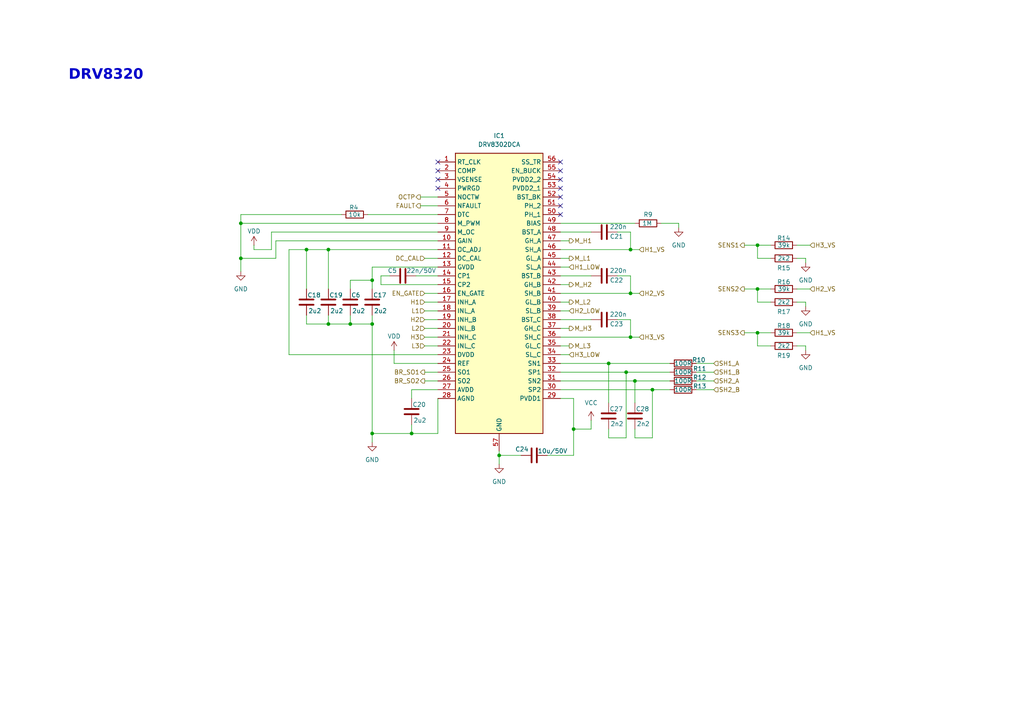
<source format=kicad_sch>
(kicad_sch (version 20231120) (generator "eeschema") (generator_version "8.0")
  (paper "A4")
  (lib_symbols
    (symbol "Device:C" (pin_numbers hide) (pin_names (offset 0.254))
      (property "Reference" "C" (at 0.635 2.54 0))
      (property "Value" "C" (at 0.635 -2.54 0))
      (symbol "C_0_1"
        (polyline (pts (xy -2.032 -0.762) (xy 2.032 -0.762)) (stroke (width 0.508)))
        (polyline (pts (xy -2.032 0.762) (xy 2.032 0.762)) (stroke (width 0.508)))
      )
      (symbol "C_1_1"
        (pin passive line (at 0 3.81 270) (length 2.794) (name "~") (number "1"))
        (pin passive line (at 0 -3.81 90) (length 2.794) (name "~") (number "2"))
      )
    )
    (symbol "Device:R" (pin_numbers hide) (pin_names (offset 0))
      (property "Reference" "R" (at 2.032 0 90))
      (property "Value" "R" (at 0 0 90))
      (symbol "R_0_1"
        (rectangle (start -1.016 -2.54) (end 1.016 2.54) (stroke (width 0.254)))
      )
      (symbol "R_1_1"
        (pin passive line (at 0 3.81 270) (length 1.27) (name "~") (number "1"))
        (pin passive line (at 0 -3.81 90) (length 1.27) (name "~") (number "2"))
      )
    )
    (symbol "power:GND" (power) (pin_numbers hide) (pin_names (offset 0) hide)
      (property "Value" "GND" (at 0 -3.81 0))
      (symbol "GND_0_1"
        (polyline (pts (xy 0 0) (xy 0 -1.27) (xy 1.27 -1.27) (xy 0 -2.54) (xy -1.27 -1.27) (xy 0 -1.27)))
      )
      (symbol "GND_1_1"
        (pin power_in line (at 0 0 270) (length 0) (name "~") (number "1"))
      )
    )
    (symbol "power:VCC" (power) (pin_numbers hide) (pin_names (offset 0) hide)
      (property "Value" "VCC" (at 0 3.556 0))
      (symbol "VCC_0_1"
        (polyline (pts (xy -0.762 1.27) (xy 0 2.54)))
        (polyline (pts (xy 0 0) (xy 0 2.54)))
        (polyline (pts (xy 0 2.54) (xy 0.762 1.27)))
      )
      (symbol "VCC_1_1"
        (pin power_in line (at 0 0 90) (length 0) (name "~") (number "1"))
      )
    )
    (symbol "power:VDD" (power) (pin_numbers hide) (pin_names (offset 0) hide)
      (property "Value" "VDD" (at 0 3.556 0))
      (symbol "VDD_0_1"
        (polyline (pts (xy -0.762 1.27) (xy 0 2.54)))
        (polyline (pts (xy 0 0) (xy 0 2.54)))
        (polyline (pts (xy 0 2.54) (xy 0.762 1.27)))
      )
      (symbol "VDD_1_1"
        (pin power_in line (at 0 0 90) (length 0) (name "~") (number "1"))
      )
    )
    (symbol "traction_symbols:DRV8302DCA"
      (property "Reference" "IC" (at 31.75 7.62 0))
      (property "Value" "DRV8302DCA" (at 31.75 5.08 0))
      (symbol "DRV8302DCA_1_1"
        (rectangle (start 5.08 2.54) (end 30.48 -78.74) (stroke (width 0.254)) (fill (type background)))
        (pin passive line (at 0 0 0) (length 5.08) (name "RT_CLK") (number "1"))
        (pin passive line (at 0 -22.86 0) (length 5.08) (name "GAIN") (number "10"))
        (pin passive line (at 0 -25.4 0) (length 5.08) (name "OC_ADJ") (number "11"))
        (pin passive line (at 0 -27.94 0) (length 5.08) (name "DC_CAL") (number "12"))
        (pin passive line (at 0 -30.48 0) (length 5.08) (name "GVDD") (number "13"))
        (pin passive line (at 0 -33.02 0) (length 5.08) (name "CP1") (number "14"))
        (pin passive line (at 0 -35.56 0) (length 5.08) (name "CP2") (number "15"))
        (pin passive line (at 0 -38.1 0) (length 5.08) (name "EN_GATE") (number "16"))
        (pin passive line (at 0 -40.64 0) (length 5.08) (name "INH_A") (number "17"))
        (pin passive line (at 0 -43.18 0) (length 5.08) (name "INL_A") (number "18"))
        (pin passive line (at 0 -45.72 0) (length 5.08) (name "INH_B") (number "19"))
        (pin passive line (at 0 -2.54 0) (length 5.08) (name "COMP") (number "2"))
        (pin passive line (at 0 -48.26 0) (length 5.08) (name "INL_B") (number "20"))
        (pin passive line (at 0 -50.8 0) (length 5.08) (name "INH_C") (number "21"))
        (pin passive line (at 0 -53.34 0) (length 5.08) (name "INL_C") (number "22"))
        (pin passive line (at 0 -55.88 0) (length 5.08) (name "DVDD") (number "23"))
        (pin passive line (at 0 -58.42 0) (length 5.08) (name "REF") (number "24"))
        (pin passive line (at 0 -60.96 0) (length 5.08) (name "SO1") (number "25"))
        (pin passive line (at 0 -63.5 0) (length 5.08) (name "SO2") (number "26"))
        (pin passive line (at 0 -66.04 0) (length 5.08) (name "AVDD") (number "27"))
        (pin passive line (at 0 -68.58 0) (length 5.08) (name "AGND") (number "28"))
        (pin passive line (at 35.56 -68.58 180) (length 5.08) (name "PVDD1") (number "29"))
        (pin passive line (at 0 -5.08 0) (length 5.08) (name "VSENSE") (number "3"))
        (pin passive line (at 35.56 -66.04 180) (length 5.08) (name "SP2") (number "30"))
        (pin passive line (at 35.56 -63.5 180) (length 5.08) (name "SN2") (number "31"))
        (pin passive line (at 35.56 -60.96 180) (length 5.08) (name "SP1") (number "32"))
        (pin passive line (at 35.56 -58.42 180) (length 5.08) (name "SN1") (number "33"))
        (pin passive line (at 35.56 -55.88 180) (length 5.08) (name "SL_C") (number "34"))
        (pin passive line (at 35.56 -53.34 180) (length 5.08) (name "GL_C") (number "35"))
        (pin passive line (at 35.56 -50.8 180) (length 5.08) (name "SH_C") (number "36"))
        (pin passive line (at 35.56 -48.26 180) (length 5.08) (name "GH_C") (number "37"))
        (pin passive line (at 35.56 -45.72 180) (length 5.08) (name "BST_C") (number "38"))
        (pin passive line (at 35.56 -43.18 180) (length 5.08) (name "SL_B") (number "39"))
        (pin passive line (at 0 -7.62 0) (length 5.08) (name "PWRGD") (number "4"))
        (pin passive line (at 35.56 -40.64 180) (length 5.08) (name "GL_B") (number "40"))
        (pin passive line (at 35.56 -38.1 180) (length 5.08) (name "SH_B") (number "41"))
        (pin passive line (at 35.56 -35.56 180) (length 5.08) (name "GH_B") (number "42"))
        (pin passive line (at 35.56 -33.02 180) (length 5.08) (name "BST_B") (number "43"))
        (pin passive line (at 35.56 -30.48 180) (length 5.08) (name "SL_A") (number "44"))
        (pin passive line (at 35.56 -27.94 180) (length 5.08) (name "GL_A") (number "45"))
        (pin passive line (at 35.56 -25.4 180) (length 5.08) (name "SH_A") (number "46"))
        (pin passive line (at 35.56 -22.86 180) (length 5.08) (name "GH_A") (number "47"))
        (pin passive line (at 35.56 -20.32 180) (length 5.08) (name "BST_A") (number "48"))
        (pin passive line (at 35.56 -17.78 180) (length 5.08) (name "BIAS") (number "49"))
        (pin passive line (at 0 -10.16 0) (length 5.08) (name "NOCTW") (number "5"))
        (pin passive line (at 35.56 -15.24 180) (length 5.08) (name "PH_1") (number "50"))
        (pin passive line (at 35.56 -12.7 180) (length 5.08) (name "PH_2") (number "51"))
        (pin passive line (at 35.56 -10.16 180) (length 5.08) (name "BST_BK") (number "52"))
        (pin passive line (at 35.56 -7.62 180) (length 5.08) (name "PVDD2_1") (number "53"))
        (pin passive line (at 35.56 -5.08 180) (length 5.08) (name "PVDD2_2") (number "54"))
        (pin passive line (at 35.56 -2.54 180) (length 5.08) (name "EN_BUCK") (number "55"))
        (pin passive line (at 35.56 0 180) (length 5.08) (name "SS_TR") (number "56"))
        (pin passive line (at 17.78 -83.82 90) (length 5.08) (name "GND") (number "57"))
        (pin passive line (at 0 -12.7 0) (length 5.08) (name "NFAULT") (number "6"))
        (pin passive line (at 0 -15.24 0) (length 5.08) (name "DTC") (number "7"))
        (pin passive line (at 0 -17.78 0) (length 5.08) (name "M_PWM") (number "8"))
        (pin passive line (at 0 -20.32 0) (length 5.08) (name "M_OC") (number "9"))
      )
    )
  )
  (junction (at 107.95 93.98))
  (junction (at 95.25 93.98))
  (junction (at 219.71 83.82))
  (junction (at 107.95 125.73))
  (junction (at 119.38 125.73))
  (junction (at 95.25 72.39))
  (junction (at 182.88 97.79))
  (junction (at 166.37 124.46))
  (junction (at 69.85 64.77))
  (junction (at 144.78 132.08))
  (junction (at 176.53 105.41))
  (junction (at 182.88 72.39))
  (junction (at 69.85 74.93))
  (junction (at 219.71 96.52))
  (junction (at 182.88 85.09))
  (junction (at 184.15 110.49))
  (junction (at 219.71 71.12))
  (junction (at 189.23 113.03))
  (junction (at 107.95 81.28))
  (junction (at 101.6 93.98))
  (junction (at 181.61 107.95))
  (junction (at 88.9 72.39))
  (no_connect (at 127 49.53))
  (no_connect (at 162.56 62.23))
  (no_connect (at 127 52.07))
  (no_connect (at 162.56 52.07))
  (no_connect (at 127 54.61))
  (no_connect (at 162.56 57.15))
  (no_connect (at 162.56 59.69))
  (no_connect (at 162.56 46.99))
  (no_connect (at 162.56 49.53))
  (no_connect (at 162.56 54.61))
  (no_connect (at 127 46.99))
  (wire (pts (xy 162.56 69.85) (xy 165.1 69.85)))
  (wire (pts (xy 127 113.03) (xy 119.38 113.03)))
  (wire (pts (xy 181.61 127) (xy 181.61 107.95)))
  (wire (pts (xy 95.25 93.98) (xy 101.6 93.98)))
  (wire (pts (xy 69.85 62.23) (xy 99.06 62.23)))
  (wire (pts (xy 231.14 87.63) (xy 233.68 87.63)))
  (wire (pts (xy 182.88 80.01) (xy 179.07 80.01)))
  (wire (pts (xy 144.78 132.08) (xy 151.13 132.08)))
  (wire (pts (xy 110.49 80.01) (xy 110.49 82.55)))
  (wire (pts (xy 83.82 72.39) (xy 83.82 102.87)))
  (wire (pts (xy 201.93 105.41) (xy 207.01 105.41)))
  (wire (pts (xy 231.14 74.93) (xy 233.68 74.93)))
  (wire (pts (xy 181.61 107.95) (xy 194.31 107.95)))
  (wire (pts (xy 162.56 77.47) (xy 165.1 77.47)))
  (wire (pts (xy 182.88 92.71) (xy 182.88 97.79)))
  (wire (pts (xy 123.19 100.33) (xy 127 100.33)))
  (wire (pts (xy 83.82 72.39) (xy 88.9 72.39)))
  (wire (pts (xy 162.56 72.39) (xy 182.88 72.39)))
  (wire (pts (xy 123.19 97.79) (xy 127 97.79)))
  (wire (pts (xy 162.56 113.03) (xy 189.23 113.03)))
  (wire (pts (xy 88.9 91.44) (xy 88.9 93.98)))
  (wire (pts (xy 182.88 67.31) (xy 182.88 72.39)))
  (wire (pts (xy 201.93 110.49) (xy 207.01 110.49)))
  (wire (pts (xy 184.15 127) (xy 189.23 127)))
  (wire (pts (xy 119.38 113.03) (xy 119.38 115.57)))
  (wire (pts (xy 101.6 83.82) (xy 101.6 81.28)))
  (wire (pts (xy 182.88 97.79) (xy 162.56 97.79)))
  (wire (pts (xy 219.71 87.63) (xy 219.71 83.82)))
  (wire (pts (xy 121.92 59.69) (xy 127 59.69)))
  (wire (pts (xy 201.93 107.95) (xy 207.01 107.95)))
  (wire (pts (xy 88.9 72.39) (xy 88.9 83.82)))
  (wire (pts (xy 114.3 105.41) (xy 114.3 101.6)))
  (wire (pts (xy 107.95 91.44) (xy 107.95 93.98)))
  (wire (pts (xy 73.66 71.12) (xy 73.66 72.39)))
  (wire (pts (xy 78.74 67.31) (xy 127 67.31)))
  (wire (pts (xy 158.75 132.08) (xy 166.37 132.08)))
  (wire (pts (xy 166.37 124.46) (xy 166.37 132.08)))
  (wire (pts (xy 231.14 96.52) (xy 234.95 96.52)))
  (wire (pts (xy 144.78 132.08) (xy 144.78 134.62)))
  (wire (pts (xy 123.19 110.49) (xy 127 110.49)))
  (wire (pts (xy 182.88 85.09) (xy 185.42 85.09)))
  (wire (pts (xy 80.01 69.85) (xy 80.01 74.93)))
  (wire (pts (xy 69.85 74.93) (xy 69.85 64.77)))
  (wire (pts (xy 191.77 64.77) (xy 196.85 64.77)))
  (wire (pts (xy 69.85 64.77) (xy 127 64.77)))
  (wire (pts (xy 123.19 107.95) (xy 127 107.95)))
  (wire (pts (xy 215.9 96.52) (xy 219.71 96.52)))
  (wire (pts (xy 166.37 115.57) (xy 166.37 124.46)))
  (wire (pts (xy 223.52 100.33) (xy 219.71 100.33)))
  (wire (pts (xy 127 125.73) (xy 119.38 125.73)))
  (wire (pts (xy 162.56 85.09) (xy 182.88 85.09)))
  (wire (pts (xy 176.53 127) (xy 181.61 127)))
  (wire (pts (xy 184.15 110.49) (xy 184.15 116.84)))
  (wire (pts (xy 179.07 67.31) (xy 182.88 67.31)))
  (wire (pts (xy 176.53 105.41) (xy 194.31 105.41)))
  (wire (pts (xy 231.14 83.82) (xy 234.95 83.82)))
  (wire (pts (xy 101.6 91.44) (xy 101.6 93.98)))
  (wire (pts (xy 95.25 72.39) (xy 95.25 83.82)))
  (wire (pts (xy 127 105.41) (xy 114.3 105.41)))
  (wire (pts (xy 162.56 110.49) (xy 184.15 110.49)))
  (wire (pts (xy 162.56 102.87) (xy 165.1 102.87)))
  (wire (pts (xy 162.56 107.95) (xy 181.61 107.95)))
  (wire (pts (xy 83.82 102.87) (xy 127 102.87)))
  (wire (pts (xy 184.15 124.46) (xy 184.15 127)))
  (wire (pts (xy 233.68 100.33) (xy 233.68 101.6)))
  (wire (pts (xy 179.07 92.71) (xy 182.88 92.71)))
  (wire (pts (xy 219.71 96.52) (xy 223.52 96.52)))
  (wire (pts (xy 233.68 74.93) (xy 233.68 76.2)))
  (wire (pts (xy 101.6 81.28) (xy 107.95 81.28)))
  (wire (pts (xy 119.38 125.73) (xy 119.38 123.19)))
  (wire (pts (xy 219.71 100.33) (xy 219.71 96.52)))
  (wire (pts (xy 182.88 85.09) (xy 182.88 80.01)))
  (wire (pts (xy 162.56 82.55) (xy 165.1 82.55)))
  (wire (pts (xy 88.9 93.98) (xy 95.25 93.98)))
  (wire (pts (xy 215.9 71.12) (xy 219.71 71.12)))
  (wire (pts (xy 113.03 80.01) (xy 110.49 80.01)))
  (wire (pts (xy 69.85 78.74) (xy 69.85 74.93)))
  (wire (pts (xy 107.95 125.73) (xy 119.38 125.73)))
  (wire (pts (xy 107.95 93.98) (xy 107.95 125.73)))
  (wire (pts (xy 88.9 72.39) (xy 95.25 72.39)))
  (wire (pts (xy 219.71 74.93) (xy 219.71 71.12)))
  (wire (pts (xy 201.93 113.03) (xy 207.01 113.03)))
  (wire (pts (xy 162.56 67.31) (xy 171.45 67.31)))
  (wire (pts (xy 123.19 90.17) (xy 127 90.17)))
  (wire (pts (xy 162.56 80.01) (xy 171.45 80.01)))
  (wire (pts (xy 121.92 57.15) (xy 127 57.15)))
  (wire (pts (xy 215.9 83.82) (xy 219.71 83.82)))
  (wire (pts (xy 123.19 87.63) (xy 127 87.63)))
  (wire (pts (xy 182.88 72.39) (xy 185.42 72.39)))
  (wire (pts (xy 101.6 93.98) (xy 107.95 93.98)))
  (wire (pts (xy 120.65 80.01) (xy 127 80.01)))
  (wire (pts (xy 78.74 67.31) (xy 78.74 72.39)))
  (wire (pts (xy 123.19 74.93) (xy 127 74.93)))
  (wire (pts (xy 162.56 90.17) (xy 165.1 90.17)))
  (wire (pts (xy 233.68 87.63) (xy 233.68 88.9)))
  (wire (pts (xy 162.56 87.63) (xy 165.1 87.63)))
  (wire (pts (xy 106.68 62.23) (xy 127 62.23)))
  (wire (pts (xy 176.53 124.46) (xy 176.53 127)))
  (wire (pts (xy 182.88 97.79) (xy 185.42 97.79)))
  (wire (pts (xy 95.25 91.44) (xy 95.25 93.98)))
  (wire (pts (xy 127 115.57) (xy 127 125.73)))
  (wire (pts (xy 123.19 85.09) (xy 127 85.09)))
  (wire (pts (xy 69.85 74.93) (xy 80.01 74.93)))
  (wire (pts (xy 162.56 92.71) (xy 171.45 92.71)))
  (wire (pts (xy 78.74 72.39) (xy 73.66 72.39)))
  (wire (pts (xy 189.23 113.03) (xy 189.23 127)))
  (wire (pts (xy 95.25 72.39) (xy 127 72.39)))
  (wire (pts (xy 184.15 110.49) (xy 194.31 110.49)))
  (wire (pts (xy 231.14 71.12) (xy 234.95 71.12)))
  (wire (pts (xy 162.56 64.77) (xy 184.15 64.77)))
  (wire (pts (xy 196.85 64.77) (xy 196.85 66.04)))
  (wire (pts (xy 162.56 95.25) (xy 165.1 95.25)))
  (wire (pts (xy 176.53 105.41) (xy 176.53 116.84)))
  (wire (pts (xy 162.56 105.41) (xy 176.53 105.41)))
  (wire (pts (xy 219.71 71.12) (xy 223.52 71.12)))
  (wire (pts (xy 223.52 74.93) (xy 219.71 74.93)))
  (wire (pts (xy 107.95 77.47) (xy 107.95 81.28)))
  (wire (pts (xy 162.56 115.57) (xy 166.37 115.57)))
  (wire (pts (xy 162.56 100.33) (xy 165.1 100.33)))
  (wire (pts (xy 127 69.85) (xy 80.01 69.85)))
  (wire (pts (xy 171.45 121.92) (xy 171.45 124.46)))
  (wire (pts (xy 231.14 100.33) (xy 233.68 100.33)))
  (wire (pts (xy 223.52 87.63) (xy 219.71 87.63)))
  (wire (pts (xy 219.71 83.82) (xy 223.52 83.82)))
  (wire (pts (xy 144.78 130.81) (xy 144.78 132.08)))
  (wire (pts (xy 127 77.47) (xy 107.95 77.47)))
  (wire (pts (xy 110.49 82.55) (xy 127 82.55)))
  (wire (pts (xy 123.19 95.25) (xy 127 95.25)))
  (wire (pts (xy 123.19 92.71) (xy 127 92.71)))
  (wire (pts (xy 107.95 81.28) (xy 107.95 83.82)))
  (wire (pts (xy 189.23 113.03) (xy 194.31 113.03)))
  (wire (pts (xy 107.95 125.73) (xy 107.95 128.27)))
  (wire (pts (xy 166.37 124.46) (xy 171.45 124.46)))
  (wire (pts (xy 69.85 64.77) (xy 69.85 62.23)))
  (wire (pts (xy 162.56 74.93) (xy 165.1 74.93)))
  (text "DRV8320" (exclude_from_sim yes) (at 30.734 22.606 0) (effects (font (size 3 3) (thickness 0.254) (bold yes))))
  (hierarchical_label "H3_LOW" (shape input) (at 165.1 102.87 0))
  (hierarchical_label "H1" (shape input) (at 123.19 87.63 180))
  (hierarchical_label "M_H2" (shape output) (at 165.1 82.55 0))
  (hierarchical_label "H1_VS" (shape input) (at 185.42 72.39 0))
  (hierarchical_label "H3" (shape input) (at 123.19 97.79 180))
  (hierarchical_label "FAULT" (shape output) (at 121.92 59.69 180))
  (hierarchical_label "H2_VS" (shape input) (at 234.95 83.82 0))
  (hierarchical_label "H3_VS" (shape input) (at 185.42 97.79 0))
  (hierarchical_label "EN_GATE" (shape input) (at 123.19 85.09 180))
  (hierarchical_label "SENS3" (shape output) (at 215.9 96.52 180))
  (hierarchical_label "M_H1" (shape output) (at 165.1 69.85 0))
  (hierarchical_label "H2_LOW" (shape input) (at 165.1 90.17 0))
  (hierarchical_label "H1_LOW" (shape input) (at 165.1 77.47 0))
  (hierarchical_label "L3" (shape input) (at 123.19 100.33 180))
  (hierarchical_label "BR_SO1" (shape output) (at 123.19 107.95 180))
  (hierarchical_label "M_H3" (shape output) (at 165.1 95.25 0))
  (hierarchical_label "H1_VS" (shape input) (at 234.95 96.52 0))
  (hierarchical_label "L2" (shape input) (at 123.19 95.25 180))
  (hierarchical_label "M_L3" (shape output) (at 165.1 100.33 0))
  (hierarchical_label "M_L1" (shape output) (at 165.1 74.93 0))
  (hierarchical_label "SH2_A" (shape input) (at 207.01 110.49 0))
  (hierarchical_label "BR_SO2" (shape output) (at 123.19 110.49 180))
  (hierarchical_label "OCTP" (shape output) (at 121.92 57.15 180))
  (hierarchical_label "SENS1" (shape output) (at 215.9 71.12 180))
  (hierarchical_label "SH1_B" (shape input) (at 207.01 107.95 0))
  (hierarchical_label "SENS2" (shape output) (at 215.9 83.82 180))
  (hierarchical_label "M_L2" (shape output) (at 165.1 87.63 0))
  (hierarchical_label "L1" (shape input) (at 123.19 90.17 180))
  (hierarchical_label "H2" (shape input) (at 123.19 92.71 180))
  (hierarchical_label "H2_VS" (shape input) (at 185.42 85.09 0))
  (hierarchical_label "SH1_A" (shape input) (at 207.01 105.41 0))
  (hierarchical_label "DC_CAL" (shape input) (at 123.19 74.93 180))
  (hierarchical_label "H3_VS" (shape input) (at 234.95 71.12 0))
  (hierarchical_label "SH2_B" (shape input) (at 207.01 113.03 0))
  (symbol (lib_id "Device:C") (at 116.84 80.01 90) (unit 1)
    (property "Reference" "C5" (at 113.792 78.486 90))
    (property "Value" "22n/50V" (at 122.174 78.486 90))
    (property "Footprint" "Capacitor_SMD:C_0603_1608Metric" (effects (hide yes)))
    (property "Description" "Unpolarized capacitor" (effects (hide yes)))
  )
  (symbol (lib_id "Device:C") (at 107.95 87.63 0) (unit 1)
    (property "Reference" "C17" (at 108.204 85.598 0) (effects (justify left)))
    (property "Value" "2u2" (at 108.458 90.17 0) (effects (justify left)))
    (property "Footprint" "Capacitor_SMD:C_0603_1608Metric" (effects (hide yes)))
    (property "Description" "Unpolarized capacitor" (effects (hide yes)))
  )
  (symbol (lib_id "Device:C") (at 175.26 67.31 90) (unit 1)
    (property "Reference" "C21" (at 178.816 68.58 90))
    (property "Value" "220n" (at 179.324 65.786 90))
    (property "Footprint" "Capacitor_SMD:C_0603_1608Metric" (effects (hide yes)))
    (property "Description" "Unpolarized capacitor" (effects (hide yes)))
  )
  (symbol (lib_id "power:VCC") (at 171.45 121.92 0) (unit 1)
    (property "Reference" "#PWR032" (effects (hide yes)))
    (property "Value" "VCC" (at 171.45 116.84 0))
    (property "Description" "Power symbol creates a global label with name \"VCC\"" (effects (hide yes)))
  )
  (symbol (lib_id "Device:C") (at 176.53 120.65 0) (unit 1)
    (property "Reference" "C27" (at 176.784 118.618 0) (effects (justify left)))
    (property "Value" "2n2" (at 177.038 122.936 0) (effects (justify left)))
    (property "Footprint" "Capacitor_SMD:C_0603_1608Metric" (effects (hide yes)))
    (property "Description" "Unpolarized capacitor" (effects (hide yes)))
  )
  (symbol (lib_id "Device:R") (at 102.87 62.23 90) (unit 1)
    (property "Reference" "R4" (at 102.616 60.198 90))
    (property "Value" "10k" (at 102.87 62.23 90))
    (property "Footprint" "Capacitor_SMD:C_0603_1608Metric" (effects (hide yes)))
    (property "Description" "Resistor" (effects (hide yes)))
  )
  (symbol (lib_id "Device:C") (at 101.6 87.63 0) (unit 1)
    (property "Reference" "C6" (at 101.854 85.598 0) (effects (justify left)))
    (property "Value" "2u2" (at 102.108 90.17 0) (effects (justify left)))
    (property "Footprint" "Capacitor_SMD:C_0603_1608Metric" (effects (hide yes)))
    (property "Description" "Unpolarized capacitor" (effects (hide yes)))
  )
  (symbol (lib_id "traction_symbols:DRV8302DCA") (at 127 46.99 0) (unit 1)
    (property "Reference" "IC1" (at 144.78 39.37 0))
    (property "Value" "DRV8302DCA" (at 144.78 41.91 0))
    (property "Footprint" "tractions_symbols:SOP50P810X120-57N" (effects (hide yes)))
    (property "Datasheet" "http://www.ti.com/lit/ds/symlink/drv8302.pdf" (effects (hide yes)))
    (property "Description" "3-Phase Brushless Motor Pre-Driver DRV8302DCA, Motor Driver, 3-Phase Motor Driver, 200kHz 8 ??? 60 V, 56-Pin HTSSOP" (effects (hide yes)))
    (property "Height" "1.2" (effects (hide yes)))
    (property "Mouser Part Number" "595-DRV8302DCA" (effects (hide yes)))
    (property "Mouser Price/Stock" "https://www.mouser.co.uk/ProductDetail/Texas-Instruments/DRV8302DCA?qs=UMk2QrKu%2FwwgoG3aN39ZGg%3D%3D" (effects (hide yes)))
    (property "Manufacturer_Name" "Texas Instruments" (effects (hide yes)))
    (property "Manufacturer_Part_Number" "DRV8302DCA" (effects (hide yes)))
  )
  (symbol (lib_id "Device:C") (at 95.25 87.63 0) (unit 1)
    (property "Reference" "C19" (at 95.504 85.598 0) (effects (justify left)))
    (property "Value" "2u2" (at 95.758 90.17 0) (effects (justify left)))
    (property "Footprint" "Capacitor_SMD:C_0603_1608Metric" (effects (hide yes)))
    (property "Description" "Unpolarized capacitor" (effects (hide yes)))
  )
  (symbol (lib_id "power:VDD") (at 73.66 71.12 0) (unit 1)
    (property "Reference" "#PWR027" (effects (hide yes)))
    (property "Value" "VDD" (at 73.66 67.056 0))
    (property "Description" "Power symbol creates a global label with name \"VDD\"" (effects (hide yes)))
  )
  (symbol (lib_id "Device:C") (at 175.26 80.01 90) (unit 1)
    (property "Reference" "C22" (at 178.816 81.28 90))
    (property "Value" "220n" (at 179.324 78.486 90))
    (property "Footprint" "Capacitor_SMD:C_0603_1608Metric" (effects (hide yes)))
    (property "Description" "Unpolarized capacitor" (effects (hide yes)))
  )
  (symbol (lib_id "Device:R") (at 198.12 113.03 90) (unit 1)
    (property "Reference" "R13" (at 202.946 112.014 90))
    (property "Value" "100R" (at 198.12 113.03 90))
    (property "Footprint" "Resistor_SMD:R_0603_1608Metric" (effects (hide yes)))
    (property "Description" "Resistor" (effects (hide yes)))
  )
  (symbol (lib_id "power:GND") (at 69.85 78.74 0) (unit 1)
    (property "Reference" "#PWR026" (effects (hide yes)))
    (property "Value" "GND" (at 69.85 83.82 0))
    (property "Description" "Power symbol creates a global label with name \"GND\" , ground" (effects (hide yes)))
  )
  (symbol (lib_id "Device:R") (at 227.33 83.82 90) (unit 1)
    (property "Reference" "R16" (at 227.33 81.788 90))
    (property "Value" "39k" (at 227.33 83.82 90))
    (property "Footprint" "Resistor_SMD:R_0603_1608Metric" (effects (hide yes)))
    (property "Description" "Resistor" (effects (hide yes)))
  )
  (symbol (lib_id "power:GND") (at 144.78 134.62 0) (unit 1)
    (property "Reference" "#PWR031" (effects (hide yes)))
    (property "Value" "GND" (at 144.78 139.7 0))
    (property "Description" "Power symbol creates a global label with name \"GND\" , ground" (effects (hide yes)))
  )
  (symbol (lib_id "Device:R") (at 227.33 74.93 90) (unit 1)
    (property "Reference" "R15" (at 227.33 77.724 90))
    (property "Value" "2k2" (at 227.33 74.93 90))
    (property "Footprint" "Resistor_SMD:R_0603_1608Metric" (effects (hide yes)))
    (property "Description" "Resistor" (effects (hide yes)))
  )
  (symbol (lib_id "Device:R") (at 227.33 71.12 90) (unit 1)
    (property "Reference" "R14" (at 227.33 69.088 90))
    (property "Value" "39k" (at 227.33 71.12 90))
    (property "Footprint" "Resistor_SMD:R_0603_1608Metric" (effects (hide yes)))
    (property "Description" "Resistor" (effects (hide yes)))
  )
  (symbol (lib_id "Device:C") (at 175.26 92.71 90) (unit 1)
    (property "Reference" "C23" (at 178.816 93.98 90))
    (property "Value" "220n" (at 179.324 91.186 90))
    (property "Footprint" "Capacitor_SMD:C_0603_1608Metric" (effects (hide yes)))
    (property "Description" "Unpolarized capacitor" (effects (hide yes)))
  )
  (symbol (lib_id "Device:C") (at 88.9 87.63 0) (unit 1)
    (property "Reference" "C18" (at 89.154 85.598 0) (effects (justify left)))
    (property "Value" "2u2" (at 89.408 90.17 0) (effects (justify left)))
    (property "Footprint" "Capacitor_SMD:C_0603_1608Metric" (effects (hide yes)))
    (property "Description" "Unpolarized capacitor" (effects (hide yes)))
  )
  (symbol (lib_id "power:GND") (at 233.68 88.9 0) (unit 1)
    (property "Reference" "#PWR034" (effects (hide yes)))
    (property "Value" "GND" (at 233.68 93.98 0))
    (property "Description" "Power symbol creates a global label with name \"GND\" , ground" (effects (hide yes)))
  )
  (symbol (lib_id "Device:R") (at 227.33 100.33 90) (unit 1)
    (property "Reference" "R19" (at 227.33 103.124 90))
    (property "Value" "2k2" (at 227.33 100.33 90))
    (property "Footprint" "Resistor_SMD:R_0603_1608Metric" (effects (hide yes)))
    (property "Description" "Resistor" (effects (hide yes)))
  )
  (symbol (lib_id "Device:R") (at 198.12 110.49 90) (unit 1)
    (property "Reference" "R12" (at 202.946 109.474 90))
    (property "Value" "100R" (at 198.12 110.49 90))
    (property "Footprint" "Resistor_SMD:R_0603_1608Metric" (effects (hide yes)))
    (property "Description" "Resistor" (effects (hide yes)))
  )
  (symbol (lib_id "Device:C") (at 119.38 119.38 0) (unit 1)
    (property "Reference" "C20" (at 119.634 117.348 0) (effects (justify left)))
    (property "Value" "2u2" (at 119.888 121.92 0) (effects (justify left)))
    (property "Footprint" "Capacitor_SMD:C_0603_1608Metric" (effects (hide yes)))
    (property "Description" "Unpolarized capacitor" (effects (hide yes)))
  )
  (symbol (lib_id "Device:R") (at 198.12 105.41 90) (unit 1)
    (property "Reference" "R10" (at 202.692 104.394 90))
    (property "Value" "100R" (at 198.12 105.41 90))
    (property "Footprint" "Resistor_SMD:R_0603_1608Metric" (effects (hide yes)))
    (property "Description" "Resistor" (effects (hide yes)))
  )
  (symbol (lib_id "Device:R") (at 187.96 64.77 90) (unit 1)
    (property "Reference" "R9" (at 187.96 62.23 90))
    (property "Value" "1M" (at 187.706 64.77 90))
    (property "Footprint" "Capacitor_SMD:C_0603_1608Metric" (effects (hide yes)))
    (property "Description" "Resistor" (effects (hide yes)))
  )
  (symbol (lib_id "Device:C") (at 154.94 132.08 90) (unit 1)
    (property "Reference" "C24" (at 151.384 130.302 90))
    (property "Value" "10u/50V" (at 160.274 130.81 90))
    (property "Footprint" "Capacitor_SMD:C_1206_3216Metric" (effects (hide yes)))
    (property "Description" "Unpolarized capacitor" (effects (hide yes)))
  )
  (symbol (lib_id "power:GND") (at 233.68 76.2 0) (unit 1)
    (property "Reference" "#PWR035" (effects (hide yes)))
    (property "Value" "GND" (at 233.68 81.28 0))
    (property "Description" "Power symbol creates a global label with name \"GND\" , ground" (effects (hide yes)))
  )
  (symbol (lib_id "power:GND") (at 196.85 66.04 0) (unit 1)
    (property "Reference" "#PWR030" (effects (hide yes)))
    (property "Value" "GND" (at 196.85 71.12 0))
    (property "Description" "Power symbol creates a global label with name \"GND\" , ground" (effects (hide yes)))
  )
  (symbol (lib_id "Device:C") (at 184.15 120.65 0) (unit 1)
    (property "Reference" "C28" (at 184.404 118.618 0) (effects (justify left)))
    (property "Value" "2n2" (at 184.658 122.936 0) (effects (justify left)))
    (property "Footprint" "Capacitor_SMD:C_0603_1608Metric" (effects (hide yes)))
    (property "Description" "Unpolarized capacitor" (effects (hide yes)))
  )
  (symbol (lib_id "Device:R") (at 198.12 107.95 90) (unit 1)
    (property "Reference" "R11" (at 202.946 106.934 90))
    (property "Value" "100R" (at 198.12 107.95 90))
    (property "Footprint" "Resistor_SMD:R_0603_1608Metric" (effects (hide yes)))
    (property "Description" "Resistor" (effects (hide yes)))
  )
  (symbol (lib_id "power:GND") (at 233.68 101.6 0) (unit 1)
    (property "Reference" "#PWR033" (effects (hide yes)))
    (property "Value" "GND" (at 233.68 106.68 0))
    (property "Description" "Power symbol creates a global label with name \"GND\" , ground" (effects (hide yes)))
  )
  (symbol (lib_id "Device:R") (at 227.33 87.63 90) (unit 1)
    (property "Reference" "R17" (at 227.33 90.424 90))
    (property "Value" "2k2" (at 227.33 87.63 90))
    (property "Footprint" "Resistor_SMD:R_0603_1608Metric" (effects (hide yes)))
    (property "Description" "Resistor" (effects (hide yes)))
  )
  (symbol (lib_id "power:GND") (at 107.95 128.27 0) (unit 1)
    (property "Reference" "#PWR028" (effects (hide yes)))
    (property "Value" "GND" (at 107.95 133.35 0))
    (property "Description" "Power symbol creates a global label with name \"GND\" , ground" (effects (hide yes)))
  )
  (symbol (lib_id "power:VDD") (at 114.3 101.6 0) (unit 1)
    (property "Reference" "#PWR029" (effects (hide yes)))
    (property "Value" "VDD" (at 114.3 97.536 0))
    (property "Description" "Power symbol creates a global label with name \"VDD\"" (effects (hide yes)))
  )
  (symbol (lib_id "Device:R") (at 227.33 96.52 90) (unit 1)
    (property "Reference" "R18" (at 227.33 94.488 90))
    (property "Value" "39k" (at 227.33 96.52 90))
    (property "Footprint" "Resistor_SMD:R_0603_1608Metric" (effects (hide yes)))
    (property "Description" "Resistor" (effects (hide yes)))
  )
)
</source>
